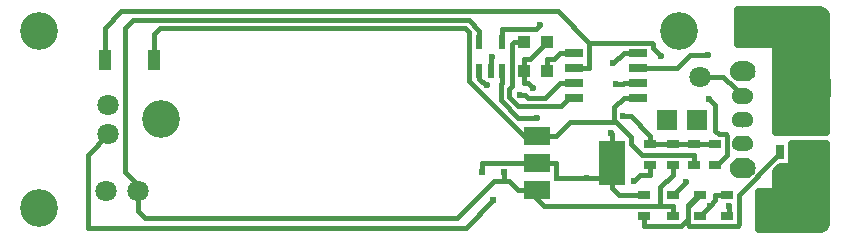
<source format=gbr>
G04 #@! TF.GenerationSoftware,KiCad,Pcbnew,5.1.0-unknown-9e240db~82~ubuntu18.04.1*
G04 #@! TF.CreationDate,2019-04-08T00:45:16+02:00*
G04 #@! TF.ProjectId,VoltMax PWM,566f6c74-4d61-4782-9050-574d2e6b6963,rev?*
G04 #@! TF.SameCoordinates,Original*
G04 #@! TF.FileFunction,Copper,L2,Bot*
G04 #@! TF.FilePolarity,Positive*
%FSLAX46Y46*%
G04 Gerber Fmt 4.6, Leading zero omitted, Abs format (unit mm)*
G04 Created by KiCad (PCBNEW 5.1.0-unknown-9e240db~82~ubuntu18.04.1) date 2019-04-08 00:45:16*
%MOMM*%
%LPD*%
G04 APERTURE LIST*
%ADD10C,0.100000*%
%ADD11R,4.700000X1.500000*%
%ADD12R,4.200000X3.100000*%
%ADD13R,0.700000X1.150000*%
%ADD14C,5.000000*%
%ADD15C,1.700000*%
%ADD16C,1.300000*%
%ADD17C,3.200000*%
%ADD18R,1.800000X1.800000*%
%ADD19R,1.000000X0.670000*%
%ADD20R,1.000000X1.000000*%
%ADD21R,1.120000X1.720000*%
%ADD22R,1.525000X0.650000*%
%ADD23R,2.200000X3.800000*%
%ADD24R,2.200000X1.500000*%
%ADD25R,0.620000X0.575000*%
%ADD26R,0.600000X1.200000*%
%ADD27C,1.800000*%
%ADD28C,0.600000*%
%ADD29C,0.400000*%
%ADD30C,0.500000*%
G04 APERTURE END LIST*
D10*
G36*
X176980000Y-105089000D02*
G01*
X177113000Y-105079000D01*
X177242000Y-105047000D01*
X177365000Y-104996000D01*
X177479000Y-104927000D01*
X177580000Y-104840000D01*
X177667000Y-104739000D01*
X177736000Y-104625000D01*
X177787000Y-104502000D01*
X177819000Y-104373000D01*
X177829000Y-104240000D01*
X177819000Y-104107000D01*
X177787000Y-103978000D01*
X177736000Y-103855000D01*
X177667000Y-103741000D01*
X177580000Y-103640000D01*
X177479000Y-103553000D01*
X177365000Y-103484000D01*
X177242000Y-103433000D01*
X177113000Y-103401000D01*
X176980000Y-103391000D01*
X176480000Y-103391000D01*
X176347000Y-103401000D01*
X176218000Y-103433000D01*
X176095000Y-103484000D01*
X175981000Y-103553000D01*
X175880000Y-103640000D01*
X175793000Y-103741000D01*
X175724000Y-103855000D01*
X175673000Y-103978000D01*
X175641000Y-104107000D01*
X175631000Y-104240000D01*
X175641000Y-104373000D01*
X175673000Y-104502000D01*
X175724000Y-104625000D01*
X175793000Y-104739000D01*
X175880000Y-104840000D01*
X175981000Y-104927000D01*
X176095000Y-104996000D01*
X176218000Y-105047000D01*
X176347000Y-105079000D01*
X176480000Y-105089000D01*
X176980000Y-105089000D01*
G37*
G36*
X176980000Y-96889000D02*
G01*
X177113000Y-96879000D01*
X177242000Y-96847000D01*
X177365000Y-96796000D01*
X177479000Y-96727000D01*
X177580000Y-96640000D01*
X177667000Y-96539000D01*
X177736000Y-96425000D01*
X177787000Y-96302000D01*
X177819000Y-96173000D01*
X177829000Y-96040000D01*
X177819000Y-95907000D01*
X177787000Y-95778000D01*
X177736000Y-95655000D01*
X177667000Y-95541000D01*
X177580000Y-95440000D01*
X177479000Y-95353000D01*
X177365000Y-95284000D01*
X177242000Y-95233000D01*
X177113000Y-95201000D01*
X176980000Y-95191000D01*
X176480000Y-95191000D01*
X176347000Y-95201000D01*
X176218000Y-95233000D01*
X176095000Y-95284000D01*
X175981000Y-95353000D01*
X175880000Y-95440000D01*
X175793000Y-95541000D01*
X175724000Y-95655000D01*
X175673000Y-95778000D01*
X175641000Y-95907000D01*
X175631000Y-96040000D01*
X175641000Y-96173000D01*
X175673000Y-96302000D01*
X175724000Y-96425000D01*
X175793000Y-96539000D01*
X175880000Y-96640000D01*
X175981000Y-96727000D01*
X176095000Y-96796000D01*
X176218000Y-96847000D01*
X176347000Y-96879000D01*
X176480000Y-96889000D01*
X176980000Y-96889000D01*
G37*
G36*
X176980000Y-102789000D02*
G01*
X177082000Y-102781000D01*
X177181000Y-102757000D01*
X177275000Y-102718000D01*
X177361000Y-102665000D01*
X177439000Y-102599000D01*
X177505000Y-102521000D01*
X177558000Y-102435000D01*
X177597000Y-102341000D01*
X177621000Y-102242000D01*
X177629000Y-102140000D01*
X177621000Y-102038000D01*
X177597000Y-101939000D01*
X177558000Y-101845000D01*
X177505000Y-101759000D01*
X177439000Y-101681000D01*
X177361000Y-101615000D01*
X177275000Y-101562000D01*
X177181000Y-101523000D01*
X177082000Y-101499000D01*
X176980000Y-101491000D01*
X176480000Y-101491000D01*
X176378000Y-101499000D01*
X176279000Y-101523000D01*
X176185000Y-101562000D01*
X176099000Y-101615000D01*
X176021000Y-101681000D01*
X175955000Y-101759000D01*
X175902000Y-101845000D01*
X175863000Y-101939000D01*
X175839000Y-102038000D01*
X175831000Y-102140000D01*
X175839000Y-102242000D01*
X175863000Y-102341000D01*
X175902000Y-102435000D01*
X175955000Y-102521000D01*
X176021000Y-102599000D01*
X176099000Y-102665000D01*
X176185000Y-102718000D01*
X176279000Y-102757000D01*
X176378000Y-102781000D01*
X176480000Y-102789000D01*
X176980000Y-102789000D01*
G37*
G36*
X176980000Y-100789000D02*
G01*
X177082000Y-100781000D01*
X177181000Y-100757000D01*
X177275000Y-100718000D01*
X177361000Y-100665000D01*
X177439000Y-100599000D01*
X177505000Y-100521000D01*
X177558000Y-100435000D01*
X177597000Y-100341000D01*
X177621000Y-100242000D01*
X177629000Y-100140000D01*
X177621000Y-100038000D01*
X177597000Y-99939000D01*
X177558000Y-99845000D01*
X177505000Y-99759000D01*
X177439000Y-99681000D01*
X177361000Y-99615000D01*
X177275000Y-99562000D01*
X177181000Y-99523000D01*
X177082000Y-99499000D01*
X176980000Y-99491000D01*
X176480000Y-99491000D01*
X176378000Y-99499000D01*
X176279000Y-99523000D01*
X176185000Y-99562000D01*
X176099000Y-99615000D01*
X176021000Y-99681000D01*
X175955000Y-99759000D01*
X175902000Y-99845000D01*
X175863000Y-99939000D01*
X175839000Y-100038000D01*
X175831000Y-100140000D01*
X175839000Y-100242000D01*
X175863000Y-100341000D01*
X175902000Y-100435000D01*
X175955000Y-100521000D01*
X176021000Y-100599000D01*
X176099000Y-100665000D01*
X176185000Y-100718000D01*
X176279000Y-100757000D01*
X176378000Y-100781000D01*
X176480000Y-100789000D01*
X176980000Y-100789000D01*
G37*
G36*
X176980000Y-98789000D02*
G01*
X177082000Y-98781000D01*
X177181000Y-98757000D01*
X177275000Y-98718000D01*
X177361000Y-98665000D01*
X177439000Y-98599000D01*
X177505000Y-98521000D01*
X177558000Y-98435000D01*
X177597000Y-98341000D01*
X177621000Y-98242000D01*
X177629000Y-98140000D01*
X177621000Y-98038000D01*
X177597000Y-97939000D01*
X177558000Y-97845000D01*
X177505000Y-97759000D01*
X177439000Y-97681000D01*
X177361000Y-97615000D01*
X177275000Y-97562000D01*
X177181000Y-97523000D01*
X177082000Y-97499000D01*
X176980000Y-97491000D01*
X176480000Y-97491000D01*
X176378000Y-97499000D01*
X176279000Y-97523000D01*
X176185000Y-97562000D01*
X176099000Y-97615000D01*
X176021000Y-97681000D01*
X175955000Y-97759000D01*
X175902000Y-97845000D01*
X175863000Y-97939000D01*
X175839000Y-98038000D01*
X175831000Y-98140000D01*
X175839000Y-98242000D01*
X175863000Y-98341000D01*
X175902000Y-98435000D01*
X175955000Y-98521000D01*
X176021000Y-98599000D01*
X176099000Y-98665000D01*
X176185000Y-98718000D01*
X176279000Y-98757000D01*
X176378000Y-98781000D01*
X176480000Y-98789000D01*
X176980000Y-98789000D01*
G37*
D11*
X181800000Y-97450000D03*
D12*
X181800000Y-99750000D03*
D13*
X179895000Y-102925000D03*
X181165000Y-102925000D03*
X182435000Y-102925000D03*
X183705000Y-102925000D03*
D14*
X181600000Y-93090000D03*
X181600000Y-107220000D03*
D15*
X176730000Y-104240000D03*
X176730000Y-96040000D03*
D16*
X176730000Y-102140000D03*
X176730000Y-100140000D03*
X176730000Y-98140000D03*
D17*
X117169000Y-107644000D03*
X117169000Y-92643600D03*
X171309000Y-92643600D03*
X127515000Y-100115000D03*
D18*
X170340000Y-100144000D03*
X172880000Y-100144000D03*
D19*
X168900000Y-102225000D03*
X168900000Y-103975000D03*
X170800000Y-102225000D03*
X170800000Y-103975000D03*
X172600000Y-102225000D03*
X172600000Y-103975000D03*
X174400000Y-102225000D03*
X174400000Y-103975000D03*
D20*
X160150000Y-93600000D03*
X158250000Y-93600000D03*
X158250000Y-96000000D03*
X160150000Y-96000000D03*
D21*
X126875000Y-95100000D03*
X122725000Y-95100000D03*
D22*
X167912000Y-98305000D03*
X167912000Y-97035000D03*
X167912000Y-95765000D03*
X167912000Y-94495000D03*
X162488000Y-94495000D03*
X162488000Y-95765000D03*
X162488000Y-97035000D03*
X162488000Y-98305000D03*
D23*
X165650000Y-103800000D03*
D24*
X159350000Y-106100000D03*
X159350000Y-103800000D03*
X159350000Y-101500000D03*
D25*
X155600000Y-106988000D03*
X156550000Y-104612000D03*
X154650000Y-104612000D03*
D19*
X168400000Y-106525000D03*
X168400000Y-108275000D03*
X170800000Y-106525000D03*
X170800000Y-108275000D03*
X173100000Y-106525000D03*
X173100000Y-108275000D03*
X175400000Y-106525000D03*
X175400000Y-108275000D03*
D26*
X156350000Y-93550000D03*
X154450000Y-93550000D03*
X154450000Y-96050000D03*
X155400000Y-96050000D03*
X156350000Y-96050000D03*
D27*
X173100000Y-96500000D03*
X123000000Y-101400000D03*
X122980000Y-98910000D03*
X122800000Y-106200000D03*
X125500000Y-106200000D03*
D28*
X165969200Y-97099300D03*
X159350500Y-100016900D03*
X167516900Y-105358100D03*
X158986100Y-97447500D03*
X181075000Y-102975000D03*
X182425000Y-102975000D03*
X183775000Y-102975000D03*
X183775000Y-102275000D03*
X182425000Y-102275000D03*
X181075000Y-102275000D03*
X163523800Y-105050500D03*
X155540600Y-94800000D03*
X161006100Y-105050500D03*
X166639900Y-99874800D03*
X165778700Y-95365500D03*
X165574700Y-101235700D03*
X181750000Y-102275000D03*
X183100000Y-102275000D03*
X183775000Y-103675000D03*
X183775000Y-104375000D03*
X183100000Y-102975000D03*
X183100000Y-103675000D03*
X183100000Y-104375000D03*
X182425000Y-103675000D03*
X181750000Y-102975000D03*
X181750000Y-103675000D03*
X181075000Y-103675000D03*
X182425000Y-104375000D03*
X181750000Y-104375000D03*
X181075000Y-104375000D03*
X180400000Y-104400000D03*
X183800000Y-105100000D03*
X157894557Y-98058843D03*
X182400000Y-96900000D03*
X179600000Y-96900000D03*
X180300000Y-96900000D03*
X181000000Y-96900000D03*
X181700000Y-96900000D03*
X183100000Y-96900000D03*
X183800000Y-96900000D03*
X183800000Y-97600000D03*
X180300000Y-97600000D03*
X181700000Y-97600000D03*
X183100000Y-97600000D03*
X181000000Y-97600000D03*
X179600000Y-97600000D03*
X182400000Y-97600000D03*
X179600000Y-98300000D03*
X180300000Y-98300000D03*
X183100000Y-98300000D03*
X183800000Y-98300000D03*
X182400000Y-98300000D03*
X181700000Y-98300000D03*
X181000000Y-98300000D03*
X183800000Y-99000000D03*
X180300000Y-99000000D03*
X181700000Y-99000000D03*
X183100000Y-99000000D03*
X181000000Y-99000000D03*
X179600000Y-99000000D03*
X182400000Y-99000000D03*
X183800000Y-99700000D03*
X181000000Y-99700000D03*
X183100000Y-99700000D03*
X180300000Y-99700000D03*
X179600000Y-99700000D03*
X182400000Y-99700000D03*
X181700000Y-99700000D03*
X180300000Y-100400000D03*
X183800000Y-100400000D03*
X181700000Y-100400000D03*
X183100000Y-100400000D03*
X182400000Y-100400000D03*
X179600000Y-100400000D03*
X181000000Y-100400000D03*
X181700000Y-101100000D03*
X182400000Y-101100000D03*
X183100000Y-101100000D03*
X183800000Y-101100000D03*
X180300000Y-101100000D03*
X181000000Y-101100000D03*
X179600000Y-101100000D03*
X179600000Y-96200000D03*
X183800000Y-96200000D03*
X183100000Y-96200000D03*
X182400000Y-96200000D03*
X181700000Y-96200000D03*
X181000000Y-96200000D03*
X180300000Y-96200000D03*
X179600000Y-95500000D03*
X183800000Y-95500000D03*
X178200000Y-108600000D03*
X178900000Y-109300000D03*
X178200000Y-109300000D03*
X178200000Y-107900000D03*
X178200000Y-107200000D03*
X178200000Y-106500000D03*
X179725000Y-104400000D03*
X179600000Y-105100000D03*
X177900000Y-93000000D03*
X179300000Y-90900000D03*
X177900000Y-90900000D03*
X177200000Y-90900000D03*
X178600000Y-90900000D03*
X176500000Y-90900000D03*
X178600000Y-93700000D03*
X178600000Y-92300000D03*
X178600000Y-93000000D03*
X177200000Y-93700000D03*
X177200000Y-92300000D03*
X176500000Y-92300000D03*
X177900000Y-92300000D03*
X176500000Y-91600000D03*
X177900000Y-91600000D03*
X177900000Y-93700000D03*
X177200000Y-91600000D03*
X177200000Y-93000000D03*
X178600000Y-91600000D03*
X176500000Y-93000000D03*
X176500000Y-93700000D03*
X171961500Y-105424900D03*
X155105785Y-97250000D03*
X173830600Y-94669400D03*
X175599990Y-107460004D03*
X169827600Y-94744000D03*
X173900006Y-98400000D03*
X173947500Y-107427500D03*
X159615400Y-92105600D03*
D29*
X167912000Y-97035000D02*
X166649200Y-97035000D01*
X166649200Y-97035000D02*
X166584900Y-97099300D01*
X166584900Y-97099300D02*
X165969200Y-97099300D01*
X168900000Y-103975000D02*
X168900000Y-104810300D01*
X167516900Y-105358100D02*
X168064700Y-104810300D01*
X168064700Y-104810300D02*
X168900000Y-104810300D01*
X158250000Y-96000000D02*
X158250000Y-97000300D01*
X158250000Y-97000300D02*
X158538900Y-97000300D01*
X158538900Y-97000300D02*
X158986100Y-97447500D01*
X158250000Y-94999700D02*
X158750300Y-94999700D01*
X158750300Y-94999700D02*
X160150000Y-93600000D01*
X158250000Y-96000000D02*
X158250000Y-94999700D01*
X156350000Y-97050000D02*
X156234900Y-97165100D01*
X158926236Y-100016900D02*
X159350500Y-100016900D01*
X156350000Y-96050000D02*
X156350000Y-97050000D01*
X157731264Y-100016900D02*
X158926236Y-100016900D01*
X156234900Y-98520536D02*
X157731264Y-100016900D01*
X156234900Y-97165100D02*
X156234900Y-98520536D01*
X172600000Y-102225000D02*
X174400000Y-102225000D01*
X170800000Y-102225000D02*
X172600000Y-102225000D01*
X165650000Y-103800000D02*
X165650000Y-105050500D01*
X163523800Y-105050500D02*
X165650000Y-105050500D01*
X161006100Y-105050500D02*
X163523800Y-105050500D01*
X160950300Y-103800000D02*
X160950300Y-104994700D01*
X160950300Y-104994700D02*
X161006100Y-105050500D01*
X155400000Y-96050000D02*
X155400000Y-94940600D01*
X155400000Y-94940600D02*
X155540600Y-94800000D01*
X154650000Y-103824200D02*
X154674200Y-103800000D01*
X154674200Y-103800000D02*
X157749700Y-103800000D01*
X165650000Y-103644900D02*
X165650000Y-103800000D01*
X159350000Y-103800000D02*
X160950300Y-103800000D01*
X158549900Y-103800000D02*
X159350000Y-103800000D01*
X158549900Y-103800000D02*
X157749700Y-103800000D01*
X154650000Y-104612000D02*
X154650000Y-103824200D01*
X165650000Y-103644900D02*
X165650000Y-101399700D01*
X165650000Y-101399700D02*
X165574700Y-101324400D01*
X165574700Y-101324400D02*
X165574700Y-101235700D01*
X166649200Y-94495000D02*
X165778700Y-95365500D01*
X167912000Y-94495000D02*
X166649200Y-94495000D01*
X168900000Y-102225000D02*
X168900000Y-101807300D01*
X166225000Y-106525000D02*
X168400000Y-106525000D01*
X165650000Y-105050500D02*
X165650000Y-105950000D01*
X165650000Y-105950000D02*
X166225000Y-106525000D01*
X168925000Y-102225000D02*
X170800000Y-102225000D01*
X168900000Y-101807300D02*
X168900000Y-102200000D01*
X168900000Y-102200000D02*
X168925000Y-102225000D01*
X168900000Y-101500000D02*
X168900000Y-101807300D01*
X166639900Y-99874800D02*
X167274800Y-99874800D01*
X167274800Y-99874800D02*
X168900000Y-101500000D01*
X159982700Y-98277500D02*
X158537478Y-98277500D01*
X158318821Y-98058843D02*
X157894557Y-98058843D01*
X161225200Y-97035000D02*
X159982700Y-98277500D01*
X162488000Y-97035000D02*
X161225200Y-97035000D01*
X158537478Y-98277500D02*
X158318821Y-98058843D01*
X173100000Y-106525000D02*
X172099600Y-107525400D01*
X172099600Y-107525400D02*
X172099600Y-108564800D01*
X172099600Y-108564800D02*
X171554100Y-109110300D01*
X171554100Y-109110300D02*
X168400000Y-109110300D01*
X168400000Y-108275000D02*
X168400000Y-109110300D01*
X172935000Y-106525000D02*
X173100000Y-106525000D01*
X172099999Y-107360001D02*
X172935000Y-106525000D01*
X176400001Y-109010001D02*
X176300001Y-109110001D01*
X176400000Y-106515998D02*
X176400001Y-109010001D01*
X172099999Y-109010001D02*
X172099999Y-107360001D01*
X172199999Y-109110001D02*
X172099999Y-109010001D01*
X176300001Y-109110001D02*
X172199999Y-109110001D01*
X179595000Y-103320998D02*
X176400000Y-106515998D01*
X176080001Y-97490001D02*
X176730000Y-98140000D01*
X173100000Y-96500000D02*
X175090000Y-96500000D01*
X175090000Y-96500000D02*
X176080001Y-97490001D01*
X153288000Y-109300000D02*
X155600000Y-106988000D01*
X121300000Y-109300000D02*
X153288000Y-109300000D01*
X123000000Y-101400000D02*
X121300000Y-103100000D01*
X121300000Y-103100000D02*
X121300000Y-109300000D01*
X171961500Y-105424900D02*
X171900100Y-105424900D01*
X171900100Y-105424900D02*
X170800000Y-106525000D01*
X154450000Y-96050000D02*
X154450000Y-96718615D01*
X154981385Y-97250000D02*
X155105785Y-97250000D01*
X154450000Y-96718615D02*
X154981385Y-97250000D01*
X160150200Y-101500000D02*
X159350000Y-101500000D01*
X166649200Y-98305000D02*
X165839600Y-99114600D01*
X165839600Y-99114600D02*
X165839600Y-100345100D01*
X165839600Y-100345100D02*
X165967400Y-100345100D01*
X165967400Y-100345100D02*
X167250400Y-101628100D01*
X167250400Y-101628100D02*
X167250400Y-102174800D01*
X167250400Y-102174800D02*
X168215300Y-103139700D01*
X168215300Y-103139700D02*
X172600000Y-103139700D01*
X160950300Y-101500000D02*
X162105200Y-100345100D01*
X162105200Y-100345100D02*
X165839600Y-100345100D01*
X167912000Y-98305000D02*
X166649200Y-98305000D01*
X160150200Y-101500000D02*
X160950300Y-101500000D01*
X172600000Y-103975000D02*
X172600000Y-103139700D01*
X127413410Y-92386590D02*
X126875000Y-92925000D01*
X153573110Y-92723424D02*
X153236276Y-92386590D01*
X153573110Y-92801810D02*
X153573110Y-92723424D01*
X153574000Y-92802700D02*
X153573110Y-92801810D01*
X126875000Y-92925000D02*
X126875000Y-95100000D01*
X153574000Y-96849600D02*
X153574000Y-92802700D01*
X158224400Y-101500000D02*
X153574000Y-96849600D01*
X153236276Y-92386590D02*
X127413410Y-92386590D01*
X159350000Y-101500000D02*
X158224400Y-101500000D01*
X160150000Y-96000000D02*
X160150000Y-94999700D01*
X162488000Y-94495000D02*
X161225200Y-94495000D01*
X161225200Y-94495000D02*
X160720500Y-94999700D01*
X160720500Y-94999700D02*
X160150000Y-94999700D01*
X157350000Y-93600000D02*
X158250000Y-93600000D01*
X162050500Y-98305000D02*
X161325500Y-99030000D01*
X157734328Y-99030000D02*
X156935300Y-98230972D01*
X156935300Y-97586000D02*
X157202400Y-97318900D01*
X156935300Y-98230972D02*
X156935300Y-97586000D01*
X161325500Y-99030000D02*
X157734328Y-99030000D01*
X162488000Y-98305000D02*
X162050500Y-98305000D01*
X157202400Y-93747600D02*
X157350000Y-93600000D01*
X157202400Y-97318900D02*
X157202400Y-93747600D01*
X175400000Y-108275000D02*
X175565000Y-108275000D01*
X171158100Y-95765000D02*
X172253700Y-94669400D01*
X167912000Y-95765000D02*
X171158100Y-95765000D01*
X172253700Y-94669400D02*
X173830600Y-94669400D01*
X175599990Y-108100010D02*
X175599990Y-107884268D01*
X175599990Y-107884268D02*
X175599990Y-107460004D01*
X175400000Y-108300000D02*
X175599990Y-108100010D01*
X163750800Y-95765000D02*
X163750800Y-93658700D01*
X162488000Y-95765000D02*
X163750800Y-95765000D01*
X122725000Y-93840000D02*
X122725000Y-95100000D01*
X122725000Y-92371614D02*
X122725000Y-93840000D01*
X124110046Y-90986568D02*
X122725000Y-92371614D01*
X163750800Y-93658700D02*
X161078668Y-90986568D01*
X161078668Y-90986568D02*
X124110046Y-90986568D01*
X169174501Y-94090901D02*
X169827600Y-94744000D01*
X163750800Y-93658700D02*
X169063202Y-93658700D01*
X169174501Y-93769999D02*
X169174501Y-94090901D01*
X169063202Y-93658700D02*
X169174501Y-93769999D01*
X174400000Y-98899994D02*
X173900006Y-98400000D01*
X174689999Y-101389999D02*
X174400000Y-101100000D01*
X175300001Y-101389999D02*
X174689999Y-101389999D01*
X174565000Y-103975000D02*
X175405800Y-103134200D01*
X174400000Y-103975000D02*
X174565000Y-103975000D01*
X175400001Y-101489999D02*
X175300001Y-101389999D01*
X175405800Y-103134200D02*
X175405800Y-102105800D01*
X175405800Y-102105800D02*
X175400001Y-102100001D01*
X174400000Y-101100000D02*
X174400000Y-98899994D01*
X175400001Y-102100001D02*
X175400001Y-101489999D01*
X156350000Y-93550000D02*
X156350000Y-92449700D01*
X173947500Y-107427500D02*
X173100000Y-108275000D01*
X174399700Y-106525000D02*
X174399700Y-106975300D01*
X174399700Y-106975300D02*
X173947500Y-107427500D01*
X156350000Y-92449700D02*
X159271300Y-92449700D01*
X159271300Y-92449700D02*
X159615400Y-92105600D01*
X175400000Y-106525000D02*
X174399700Y-106525000D01*
X169768700Y-107439700D02*
X170800000Y-107439700D01*
X158549900Y-106100000D02*
X159889600Y-107439700D01*
X159889600Y-107439700D02*
X169768700Y-107439700D01*
X169768700Y-107439700D02*
X169768700Y-105841600D01*
X169768700Y-105841600D02*
X170800000Y-104810300D01*
X170800000Y-103975000D02*
X170800000Y-104810300D01*
X170800000Y-108275000D02*
X170800000Y-107439700D01*
X158549900Y-106100000D02*
X157749700Y-106100000D01*
X159350000Y-106100000D02*
X158549900Y-106100000D01*
X156550000Y-105308800D02*
X156958500Y-105308800D01*
X156958500Y-105308800D02*
X157749700Y-106100000D01*
X156550000Y-105050400D02*
X156550000Y-105308800D01*
X156550000Y-105049900D02*
X156550000Y-105050400D01*
X156550000Y-104612000D02*
X156550000Y-105049900D01*
X154450000Y-92610349D02*
X154450000Y-93550000D01*
X124400000Y-92400000D02*
X125113421Y-91686579D01*
X124400000Y-104600000D02*
X124400000Y-92400000D01*
X125500000Y-107900000D02*
X125500000Y-105700000D01*
X125113421Y-91686579D02*
X153526230Y-91686579D01*
X152527300Y-108500000D02*
X126100000Y-108500000D01*
X155718500Y-105308800D02*
X153573110Y-107454190D01*
X153573110Y-107454190D02*
X153573110Y-107459776D01*
X126100000Y-108500000D02*
X125500000Y-107900000D01*
X156550000Y-105308800D02*
X155718500Y-105308800D01*
X125500000Y-105700000D02*
X124400000Y-104600000D01*
X153230690Y-107796610D02*
X152527300Y-108500000D01*
X153573110Y-107459776D02*
X153236276Y-107796610D01*
X153526230Y-91686579D02*
X154450000Y-92610349D01*
X153236276Y-107796610D02*
X153230690Y-107796610D01*
D30*
G36*
X183271097Y-90786278D02*
G01*
X183415306Y-90829798D01*
X183548321Y-90900502D01*
X183665061Y-90995689D01*
X183761095Y-91111745D01*
X183832758Y-91244245D01*
X183877319Y-91388135D01*
X183896101Y-91566618D01*
X183896100Y-101250000D01*
X179450000Y-101250000D01*
X179450000Y-94100000D01*
X179445196Y-94051227D01*
X179430970Y-94004329D01*
X179407867Y-93961107D01*
X179376777Y-93923223D01*
X179338893Y-93892133D01*
X179295671Y-93869030D01*
X179248773Y-93854804D01*
X179200000Y-93850000D01*
X176250000Y-93850000D01*
X176250000Y-90768600D01*
X183090577Y-90768600D01*
X183271097Y-90786278D01*
X183271097Y-90786278D01*
G37*
X183271097Y-90786278D02*
X183415306Y-90829798D01*
X183548321Y-90900502D01*
X183665061Y-90995689D01*
X183761095Y-91111745D01*
X183832758Y-91244245D01*
X183877319Y-91388135D01*
X183896101Y-91566618D01*
X183896100Y-101250000D01*
X179450000Y-101250000D01*
X179450000Y-94100000D01*
X179445196Y-94051227D01*
X179430970Y-94004329D01*
X179407867Y-93961107D01*
X179376777Y-93923223D01*
X179338893Y-93892133D01*
X179295671Y-93869030D01*
X179248773Y-93854804D01*
X179200000Y-93850000D01*
X176250000Y-93850000D01*
X176250000Y-90768600D01*
X183090577Y-90768600D01*
X183271097Y-90786278D01*
G36*
X183896100Y-106324303D02*
G01*
X183896101Y-106324313D01*
X183896100Y-108713066D01*
X183878421Y-108893595D01*
X183834901Y-109037805D01*
X183764199Y-109170817D01*
X183669009Y-109287561D01*
X183552954Y-109383594D01*
X183420452Y-109455259D01*
X183276565Y-109499819D01*
X183098091Y-109518600D01*
X178050000Y-109518600D01*
X178050000Y-106150000D01*
X179200000Y-106150000D01*
X179248773Y-106145196D01*
X179295671Y-106130970D01*
X179338893Y-106107867D01*
X179376777Y-106076777D01*
X179407867Y-106038893D01*
X179430970Y-105995671D01*
X179445196Y-105948773D01*
X179450000Y-105900000D01*
X179450000Y-104526659D01*
X179923998Y-104052661D01*
X180245000Y-104052661D01*
X180272018Y-104050000D01*
X180600000Y-104050000D01*
X180648773Y-104045196D01*
X180695671Y-104030970D01*
X180738893Y-104007867D01*
X180776777Y-103976777D01*
X180807867Y-103938893D01*
X180830970Y-103895671D01*
X180845196Y-103848773D01*
X180850000Y-103800000D01*
X180850000Y-102150000D01*
X183896100Y-102150000D01*
X183896100Y-106324303D01*
X183896100Y-106324303D01*
G37*
X183896100Y-106324303D02*
X183896101Y-106324313D01*
X183896100Y-108713066D01*
X183878421Y-108893595D01*
X183834901Y-109037805D01*
X183764199Y-109170817D01*
X183669009Y-109287561D01*
X183552954Y-109383594D01*
X183420452Y-109455259D01*
X183276565Y-109499819D01*
X183098091Y-109518600D01*
X178050000Y-109518600D01*
X178050000Y-106150000D01*
X179200000Y-106150000D01*
X179248773Y-106145196D01*
X179295671Y-106130970D01*
X179338893Y-106107867D01*
X179376777Y-106076777D01*
X179407867Y-106038893D01*
X179430970Y-105995671D01*
X179445196Y-105948773D01*
X179450000Y-105900000D01*
X179450000Y-104526659D01*
X179923998Y-104052661D01*
X180245000Y-104052661D01*
X180272018Y-104050000D01*
X180600000Y-104050000D01*
X180648773Y-104045196D01*
X180695671Y-104030970D01*
X180738893Y-104007867D01*
X180776777Y-103976777D01*
X180807867Y-103938893D01*
X180830970Y-103895671D01*
X180845196Y-103848773D01*
X180850000Y-103800000D01*
X180850000Y-102150000D01*
X183896100Y-102150000D01*
X183896100Y-106324303D01*
M02*

</source>
